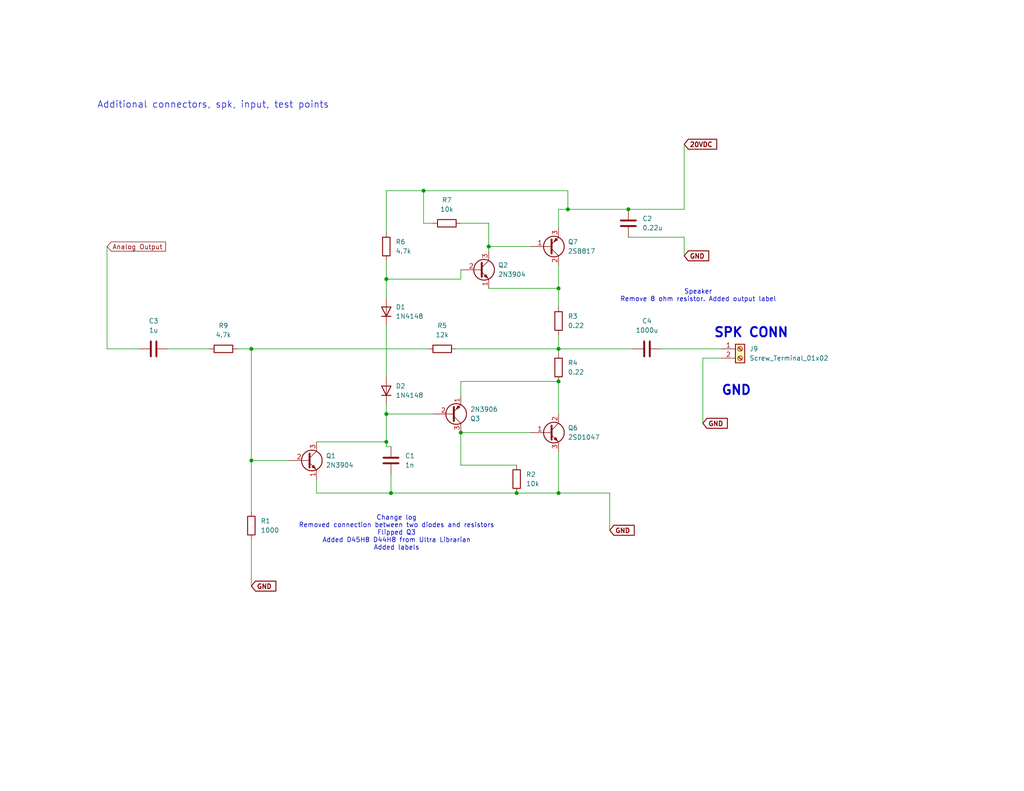
<source format=kicad_sch>
(kicad_sch
	(version 20231120)
	(generator "eeschema")
	(generator_version "8.0")
	(uuid "4bc0c9f0-80da-43d5-a6dc-1b0b641868da")
	(paper "A")
	(title_block
		(title "Main Bluetooth Speaker")
		(date "2024-09-06")
		(rev "A")
		(company "Synergy Electronics")
	)
	(lib_symbols
		(symbol "Connector:Screw_Terminal_01x02"
			(pin_names
				(offset 1.016) hide)
			(exclude_from_sim no)
			(in_bom yes)
			(on_board yes)
			(property "Reference" "J"
				(at 0 2.54 0)
				(effects
					(font
						(size 1.27 1.27)
					)
				)
			)
			(property "Value" "Screw_Terminal_01x02"
				(at 0 -5.08 0)
				(effects
					(font
						(size 1.27 1.27)
					)
				)
			)
			(property "Footprint" ""
				(at 0 0 0)
				(effects
					(font
						(size 1.27 1.27)
					)
					(hide yes)
				)
			)
			(property "Datasheet" "~"
				(at 0 0 0)
				(effects
					(font
						(size 1.27 1.27)
					)
					(hide yes)
				)
			)
			(property "Description" "Generic screw terminal, single row, 01x02, script generated (kicad-library-utils/schlib/autogen/connector/)"
				(at 0 0 0)
				(effects
					(font
						(size 1.27 1.27)
					)
					(hide yes)
				)
			)
			(property "ki_keywords" "screw terminal"
				(at 0 0 0)
				(effects
					(font
						(size 1.27 1.27)
					)
					(hide yes)
				)
			)
			(property "ki_fp_filters" "TerminalBlock*:*"
				(at 0 0 0)
				(effects
					(font
						(size 1.27 1.27)
					)
					(hide yes)
				)
			)
			(symbol "Screw_Terminal_01x02_1_1"
				(rectangle
					(start -1.27 1.27)
					(end 1.27 -3.81)
					(stroke
						(width 0.254)
						(type default)
					)
					(fill
						(type background)
					)
				)
				(circle
					(center 0 -2.54)
					(radius 0.635)
					(stroke
						(width 0.1524)
						(type default)
					)
					(fill
						(type none)
					)
				)
				(polyline
					(pts
						(xy -0.5334 -2.2098) (xy 0.3302 -3.048)
					)
					(stroke
						(width 0.1524)
						(type default)
					)
					(fill
						(type none)
					)
				)
				(polyline
					(pts
						(xy -0.5334 0.3302) (xy 0.3302 -0.508)
					)
					(stroke
						(width 0.1524)
						(type default)
					)
					(fill
						(type none)
					)
				)
				(polyline
					(pts
						(xy -0.3556 -2.032) (xy 0.508 -2.8702)
					)
					(stroke
						(width 0.1524)
						(type default)
					)
					(fill
						(type none)
					)
				)
				(polyline
					(pts
						(xy -0.3556 0.508) (xy 0.508 -0.3302)
					)
					(stroke
						(width 0.1524)
						(type default)
					)
					(fill
						(type none)
					)
				)
				(circle
					(center 0 0)
					(radius 0.635)
					(stroke
						(width 0.1524)
						(type default)
					)
					(fill
						(type none)
					)
				)
				(pin passive line
					(at -5.08 0 0)
					(length 3.81)
					(name "Pin_1"
						(effects
							(font
								(size 1.27 1.27)
							)
						)
					)
					(number "1"
						(effects
							(font
								(size 1.27 1.27)
							)
						)
					)
				)
				(pin passive line
					(at -5.08 -2.54 0)
					(length 3.81)
					(name "Pin_2"
						(effects
							(font
								(size 1.27 1.27)
							)
						)
					)
					(number "2"
						(effects
							(font
								(size 1.27 1.27)
							)
						)
					)
				)
			)
		)
		(symbol "Device:C"
			(pin_numbers hide)
			(pin_names
				(offset 0.254)
			)
			(exclude_from_sim no)
			(in_bom yes)
			(on_board yes)
			(property "Reference" "C"
				(at 0.635 2.54 0)
				(effects
					(font
						(size 1.27 1.27)
					)
					(justify left)
				)
			)
			(property "Value" "C"
				(at 0.635 -2.54 0)
				(effects
					(font
						(size 1.27 1.27)
					)
					(justify left)
				)
			)
			(property "Footprint" ""
				(at 0.9652 -3.81 0)
				(effects
					(font
						(size 1.27 1.27)
					)
					(hide yes)
				)
			)
			(property "Datasheet" "~"
				(at 0 0 0)
				(effects
					(font
						(size 1.27 1.27)
					)
					(hide yes)
				)
			)
			(property "Description" "Unpolarized capacitor"
				(at 0 0 0)
				(effects
					(font
						(size 1.27 1.27)
					)
					(hide yes)
				)
			)
			(property "ki_keywords" "cap capacitor"
				(at 0 0 0)
				(effects
					(font
						(size 1.27 1.27)
					)
					(hide yes)
				)
			)
			(property "ki_fp_filters" "C_*"
				(at 0 0 0)
				(effects
					(font
						(size 1.27 1.27)
					)
					(hide yes)
				)
			)
			(symbol "C_0_1"
				(polyline
					(pts
						(xy -2.032 -0.762) (xy 2.032 -0.762)
					)
					(stroke
						(width 0.508)
						(type default)
					)
					(fill
						(type none)
					)
				)
				(polyline
					(pts
						(xy -2.032 0.762) (xy 2.032 0.762)
					)
					(stroke
						(width 0.508)
						(type default)
					)
					(fill
						(type none)
					)
				)
			)
			(symbol "C_1_1"
				(pin passive line
					(at 0 3.81 270)
					(length 2.794)
					(name "~"
						(effects
							(font
								(size 1.27 1.27)
							)
						)
					)
					(number "1"
						(effects
							(font
								(size 1.27 1.27)
							)
						)
					)
				)
				(pin passive line
					(at 0 -3.81 90)
					(length 2.794)
					(name "~"
						(effects
							(font
								(size 1.27 1.27)
							)
						)
					)
					(number "2"
						(effects
							(font
								(size 1.27 1.27)
							)
						)
					)
				)
			)
		)
		(symbol "Device:R"
			(pin_numbers hide)
			(pin_names
				(offset 0)
			)
			(exclude_from_sim no)
			(in_bom yes)
			(on_board yes)
			(property "Reference" "R"
				(at 2.032 0 90)
				(effects
					(font
						(size 1.27 1.27)
					)
				)
			)
			(property "Value" "R"
				(at 0 0 90)
				(effects
					(font
						(size 1.27 1.27)
					)
				)
			)
			(property "Footprint" ""
				(at -1.778 0 90)
				(effects
					(font
						(size 1.27 1.27)
					)
					(hide yes)
				)
			)
			(property "Datasheet" "~"
				(at 0 0 0)
				(effects
					(font
						(size 1.27 1.27)
					)
					(hide yes)
				)
			)
			(property "Description" "Resistor"
				(at 0 0 0)
				(effects
					(font
						(size 1.27 1.27)
					)
					(hide yes)
				)
			)
			(property "ki_keywords" "R res resistor"
				(at 0 0 0)
				(effects
					(font
						(size 1.27 1.27)
					)
					(hide yes)
				)
			)
			(property "ki_fp_filters" "R_*"
				(at 0 0 0)
				(effects
					(font
						(size 1.27 1.27)
					)
					(hide yes)
				)
			)
			(symbol "R_0_1"
				(rectangle
					(start -1.016 -2.54)
					(end 1.016 2.54)
					(stroke
						(width 0.254)
						(type default)
					)
					(fill
						(type none)
					)
				)
			)
			(symbol "R_1_1"
				(pin passive line
					(at 0 3.81 270)
					(length 1.27)
					(name "~"
						(effects
							(font
								(size 1.27 1.27)
							)
						)
					)
					(number "1"
						(effects
							(font
								(size 1.27 1.27)
							)
						)
					)
				)
				(pin passive line
					(at 0 -3.81 90)
					(length 1.27)
					(name "~"
						(effects
							(font
								(size 1.27 1.27)
							)
						)
					)
					(number "2"
						(effects
							(font
								(size 1.27 1.27)
							)
						)
					)
				)
			)
		)
		(symbol "Diode:1N4148"
			(pin_numbers hide)
			(pin_names hide)
			(exclude_from_sim no)
			(in_bom yes)
			(on_board yes)
			(property "Reference" "D"
				(at 0 2.54 0)
				(effects
					(font
						(size 1.27 1.27)
					)
				)
			)
			(property "Value" "1N4148"
				(at 0 -2.54 0)
				(effects
					(font
						(size 1.27 1.27)
					)
				)
			)
			(property "Footprint" "Diode_THT:D_DO-35_SOD27_P7.62mm_Horizontal"
				(at 0 0 0)
				(effects
					(font
						(size 1.27 1.27)
					)
					(hide yes)
				)
			)
			(property "Datasheet" "https://assets.nexperia.com/documents/data-sheet/1N4148_1N4448.pdf"
				(at 0 0 0)
				(effects
					(font
						(size 1.27 1.27)
					)
					(hide yes)
				)
			)
			(property "Description" "100V 0.15A standard switching diode, DO-35"
				(at 0 0 0)
				(effects
					(font
						(size 1.27 1.27)
					)
					(hide yes)
				)
			)
			(property "Sim.Device" "D"
				(at 0 0 0)
				(effects
					(font
						(size 1.27 1.27)
					)
					(hide yes)
				)
			)
			(property "Sim.Pins" "1=K 2=A"
				(at 0 0 0)
				(effects
					(font
						(size 1.27 1.27)
					)
					(hide yes)
				)
			)
			(property "ki_keywords" "diode"
				(at 0 0 0)
				(effects
					(font
						(size 1.27 1.27)
					)
					(hide yes)
				)
			)
			(property "ki_fp_filters" "D*DO?35*"
				(at 0 0 0)
				(effects
					(font
						(size 1.27 1.27)
					)
					(hide yes)
				)
			)
			(symbol "1N4148_0_1"
				(polyline
					(pts
						(xy -1.27 1.27) (xy -1.27 -1.27)
					)
					(stroke
						(width 0.254)
						(type default)
					)
					(fill
						(type none)
					)
				)
				(polyline
					(pts
						(xy 1.27 0) (xy -1.27 0)
					)
					(stroke
						(width 0)
						(type default)
					)
					(fill
						(type none)
					)
				)
				(polyline
					(pts
						(xy 1.27 1.27) (xy 1.27 -1.27) (xy -1.27 0) (xy 1.27 1.27)
					)
					(stroke
						(width 0.254)
						(type default)
					)
					(fill
						(type none)
					)
				)
			)
			(symbol "1N4148_1_1"
				(pin passive line
					(at -3.81 0 0)
					(length 2.54)
					(name "K"
						(effects
							(font
								(size 1.27 1.27)
							)
						)
					)
					(number "1"
						(effects
							(font
								(size 1.27 1.27)
							)
						)
					)
				)
				(pin passive line
					(at 3.81 0 180)
					(length 2.54)
					(name "A"
						(effects
							(font
								(size 1.27 1.27)
							)
						)
					)
					(number "2"
						(effects
							(font
								(size 1.27 1.27)
							)
						)
					)
				)
			)
		)
		(symbol "Transistor_BJT:2N3904"
			(pin_names
				(offset 0) hide)
			(exclude_from_sim no)
			(in_bom yes)
			(on_board yes)
			(property "Reference" "Q"
				(at 5.08 1.905 0)
				(effects
					(font
						(size 1.27 1.27)
					)
					(justify left)
				)
			)
			(property "Value" "2N3904"
				(at 5.08 0 0)
				(effects
					(font
						(size 1.27 1.27)
					)
					(justify left)
				)
			)
			(property "Footprint" "Package_TO_SOT_THT:TO-92_Inline"
				(at 5.08 -1.905 0)
				(effects
					(font
						(size 1.27 1.27)
						(italic yes)
					)
					(justify left)
					(hide yes)
				)
			)
			(property "Datasheet" "https://www.onsemi.com/pub/Collateral/2N3903-D.PDF"
				(at 0 0 0)
				(effects
					(font
						(size 1.27 1.27)
					)
					(justify left)
					(hide yes)
				)
			)
			(property "Description" "0.2A Ic, 40V Vce, Small Signal NPN Transistor, TO-92"
				(at 0 0 0)
				(effects
					(font
						(size 1.27 1.27)
					)
					(hide yes)
				)
			)
			(property "ki_keywords" "NPN Transistor"
				(at 0 0 0)
				(effects
					(font
						(size 1.27 1.27)
					)
					(hide yes)
				)
			)
			(property "ki_fp_filters" "TO?92*"
				(at 0 0 0)
				(effects
					(font
						(size 1.27 1.27)
					)
					(hide yes)
				)
			)
			(symbol "2N3904_0_1"
				(polyline
					(pts
						(xy 0.635 0.635) (xy 2.54 2.54)
					)
					(stroke
						(width 0)
						(type default)
					)
					(fill
						(type none)
					)
				)
				(polyline
					(pts
						(xy 0.635 -0.635) (xy 2.54 -2.54) (xy 2.54 -2.54)
					)
					(stroke
						(width 0)
						(type default)
					)
					(fill
						(type none)
					)
				)
				(polyline
					(pts
						(xy 0.635 1.905) (xy 0.635 -1.905) (xy 0.635 -1.905)
					)
					(stroke
						(width 0.508)
						(type default)
					)
					(fill
						(type none)
					)
				)
				(polyline
					(pts
						(xy 1.27 -1.778) (xy 1.778 -1.27) (xy 2.286 -2.286) (xy 1.27 -1.778) (xy 1.27 -1.778)
					)
					(stroke
						(width 0)
						(type default)
					)
					(fill
						(type outline)
					)
				)
				(circle
					(center 1.27 0)
					(radius 2.8194)
					(stroke
						(width 0.254)
						(type default)
					)
					(fill
						(type none)
					)
				)
			)
			(symbol "2N3904_1_1"
				(pin passive line
					(at 2.54 -5.08 90)
					(length 2.54)
					(name "E"
						(effects
							(font
								(size 1.27 1.27)
							)
						)
					)
					(number "1"
						(effects
							(font
								(size 1.27 1.27)
							)
						)
					)
				)
				(pin passive line
					(at -5.08 0 0)
					(length 5.715)
					(name "B"
						(effects
							(font
								(size 1.27 1.27)
							)
						)
					)
					(number "2"
						(effects
							(font
								(size 1.27 1.27)
							)
						)
					)
				)
				(pin passive line
					(at 2.54 5.08 270)
					(length 2.54)
					(name "C"
						(effects
							(font
								(size 1.27 1.27)
							)
						)
					)
					(number "3"
						(effects
							(font
								(size 1.27 1.27)
							)
						)
					)
				)
			)
		)
		(symbol "Transistor_BJT:2N3906"
			(pin_names
				(offset 0) hide)
			(exclude_from_sim no)
			(in_bom yes)
			(on_board yes)
			(property "Reference" "Q"
				(at 5.08 1.905 0)
				(effects
					(font
						(size 1.27 1.27)
					)
					(justify left)
				)
			)
			(property "Value" "2N3906"
				(at 5.08 0 0)
				(effects
					(font
						(size 1.27 1.27)
					)
					(justify left)
				)
			)
			(property "Footprint" "Package_TO_SOT_THT:TO-92_Inline"
				(at 5.08 -1.905 0)
				(effects
					(font
						(size 1.27 1.27)
						(italic yes)
					)
					(justify left)
					(hide yes)
				)
			)
			(property "Datasheet" "https://www.onsemi.com/pub/Collateral/2N3906-D.PDF"
				(at 0 0 0)
				(effects
					(font
						(size 1.27 1.27)
					)
					(justify left)
					(hide yes)
				)
			)
			(property "Description" "-0.2A Ic, -40V Vce, Small Signal PNP Transistor, TO-92"
				(at 0 0 0)
				(effects
					(font
						(size 1.27 1.27)
					)
					(hide yes)
				)
			)
			(property "ki_keywords" "PNP Transistor"
				(at 0 0 0)
				(effects
					(font
						(size 1.27 1.27)
					)
					(hide yes)
				)
			)
			(property "ki_fp_filters" "TO?92*"
				(at 0 0 0)
				(effects
					(font
						(size 1.27 1.27)
					)
					(hide yes)
				)
			)
			(symbol "2N3906_0_1"
				(polyline
					(pts
						(xy 0.635 0.635) (xy 2.54 2.54)
					)
					(stroke
						(width 0)
						(type default)
					)
					(fill
						(type none)
					)
				)
				(polyline
					(pts
						(xy 0.635 -0.635) (xy 2.54 -2.54) (xy 2.54 -2.54)
					)
					(stroke
						(width 0)
						(type default)
					)
					(fill
						(type none)
					)
				)
				(polyline
					(pts
						(xy 0.635 1.905) (xy 0.635 -1.905) (xy 0.635 -1.905)
					)
					(stroke
						(width 0.508)
						(type default)
					)
					(fill
						(type none)
					)
				)
				(polyline
					(pts
						(xy 2.286 -1.778) (xy 1.778 -2.286) (xy 1.27 -1.27) (xy 2.286 -1.778) (xy 2.286 -1.778)
					)
					(stroke
						(width 0)
						(type default)
					)
					(fill
						(type outline)
					)
				)
				(circle
					(center 1.27 0)
					(radius 2.8194)
					(stroke
						(width 0.254)
						(type default)
					)
					(fill
						(type none)
					)
				)
			)
			(symbol "2N3906_1_1"
				(pin passive line
					(at 2.54 -5.08 90)
					(length 2.54)
					(name "E"
						(effects
							(font
								(size 1.27 1.27)
							)
						)
					)
					(number "1"
						(effects
							(font
								(size 1.27 1.27)
							)
						)
					)
				)
				(pin input line
					(at -5.08 0 0)
					(length 5.715)
					(name "B"
						(effects
							(font
								(size 1.27 1.27)
							)
						)
					)
					(number "2"
						(effects
							(font
								(size 1.27 1.27)
							)
						)
					)
				)
				(pin passive line
					(at 2.54 5.08 270)
					(length 2.54)
					(name "C"
						(effects
							(font
								(size 1.27 1.27)
							)
						)
					)
					(number "3"
						(effects
							(font
								(size 1.27 1.27)
							)
						)
					)
				)
			)
		)
		(symbol "Transistor_BJT:2SB817"
			(pin_names
				(offset 0) hide)
			(exclude_from_sim no)
			(in_bom yes)
			(on_board yes)
			(property "Reference" "Q"
				(at 5.08 1.905 0)
				(effects
					(font
						(size 1.27 1.27)
					)
					(justify left)
				)
			)
			(property "Value" "2SB817"
				(at 5.08 0 0)
				(effects
					(font
						(size 1.27 1.27)
					)
					(justify left)
				)
			)
			(property "Footprint" "Package_TO_SOT_THT:TO-3PB-3_Vertical"
				(at 5.08 -1.905 0)
				(effects
					(font
						(size 1.27 1.27)
						(italic yes)
					)
					(justify left)
					(hide yes)
				)
			)
			(property "Datasheet" "http://skory.gylcomp.hu/alkatresz/2SB817.pdf"
				(at 0 0 0)
				(effects
					(font
						(size 1.27 1.27)
					)
					(justify left)
					(hide yes)
				)
			)
			(property "Description" "-12A Ic, -140V Vce, Silicon Power PNP Transistors, TO-3PB"
				(at 0 0 0)
				(effects
					(font
						(size 1.27 1.27)
					)
					(hide yes)
				)
			)
			(property "ki_keywords" "Power PNP Transistor"
				(at 0 0 0)
				(effects
					(font
						(size 1.27 1.27)
					)
					(hide yes)
				)
			)
			(property "ki_fp_filters" "TO?3PB*"
				(at 0 0 0)
				(effects
					(font
						(size 1.27 1.27)
					)
					(hide yes)
				)
			)
			(symbol "2SB817_0_1"
				(polyline
					(pts
						(xy 0 0) (xy 0.635 0)
					)
					(stroke
						(width 0)
						(type default)
					)
					(fill
						(type none)
					)
				)
				(polyline
					(pts
						(xy 2.54 2.54) (xy 0.635 0.635)
					)
					(stroke
						(width 0)
						(type default)
					)
					(fill
						(type none)
					)
				)
				(polyline
					(pts
						(xy 0.635 -0.635) (xy 2.54 -2.54) (xy 2.54 -2.54)
					)
					(stroke
						(width 0)
						(type default)
					)
					(fill
						(type none)
					)
				)
				(polyline
					(pts
						(xy 0.635 1.905) (xy 0.635 -1.905) (xy 0.635 -1.905)
					)
					(stroke
						(width 0.508)
						(type default)
					)
					(fill
						(type none)
					)
				)
				(polyline
					(pts
						(xy 1.778 -2.286) (xy 2.286 -1.778) (xy 1.27 -1.27) (xy 1.778 -2.286) (xy 1.778 -2.286)
					)
					(stroke
						(width 0)
						(type default)
					)
					(fill
						(type outline)
					)
				)
				(circle
					(center 1.27 0)
					(radius 2.8194)
					(stroke
						(width 0.254)
						(type default)
					)
					(fill
						(type none)
					)
				)
			)
			(symbol "2SB817_1_1"
				(pin input line
					(at -5.08 0 0)
					(length 5.08)
					(name "B"
						(effects
							(font
								(size 1.27 1.27)
							)
						)
					)
					(number "1"
						(effects
							(font
								(size 1.27 1.27)
							)
						)
					)
				)
				(pin passive line
					(at 2.54 5.08 270)
					(length 2.54)
					(name "C"
						(effects
							(font
								(size 1.27 1.27)
							)
						)
					)
					(number "2"
						(effects
							(font
								(size 1.27 1.27)
							)
						)
					)
				)
				(pin passive line
					(at 2.54 -5.08 90)
					(length 2.54)
					(name "E"
						(effects
							(font
								(size 1.27 1.27)
							)
						)
					)
					(number "3"
						(effects
							(font
								(size 1.27 1.27)
							)
						)
					)
				)
			)
		)
		(symbol "Transistor_BJT:2SD1047"
			(pin_names
				(offset 0) hide)
			(exclude_from_sim no)
			(in_bom yes)
			(on_board yes)
			(property "Reference" "Q"
				(at 6.35 1.905 0)
				(effects
					(font
						(size 1.27 1.27)
					)
					(justify left)
				)
			)
			(property "Value" "2SD1047"
				(at 6.35 0 0)
				(effects
					(font
						(size 1.27 1.27)
					)
					(justify left)
				)
			)
			(property "Footprint" "Package_TO_SOT_THT:TO-3PB-3_Vertical"
				(at 6.35 -1.905 0)
				(effects
					(font
						(size 1.27 1.27)
						(italic yes)
					)
					(justify left)
					(hide yes)
				)
			)
			(property "Datasheet" "http://www.st.com/resource/en/datasheet/2sd1047.pdf"
				(at 0 0 0)
				(effects
					(font
						(size 1.27 1.27)
					)
					(justify left)
					(hide yes)
				)
			)
			(property "Description" "12A Ic, 140V Vce, Silicon Power NPN Transistors, TO-3PB"
				(at 0 0 0)
				(effects
					(font
						(size 1.27 1.27)
					)
					(hide yes)
				)
			)
			(property "ki_keywords" "Power NPN Transistor"
				(at 0 0 0)
				(effects
					(font
						(size 1.27 1.27)
					)
					(hide yes)
				)
			)
			(property "ki_fp_filters" "TO?3PB*"
				(at 0 0 0)
				(effects
					(font
						(size 1.27 1.27)
					)
					(hide yes)
				)
			)
			(symbol "2SD1047_0_1"
				(polyline
					(pts
						(xy 0 0) (xy 0.762 0)
					)
					(stroke
						(width 0)
						(type default)
					)
					(fill
						(type none)
					)
				)
				(polyline
					(pts
						(xy 0.635 0.635) (xy 2.54 2.54)
					)
					(stroke
						(width 0)
						(type default)
					)
					(fill
						(type none)
					)
				)
				(polyline
					(pts
						(xy 0.635 -0.635) (xy 2.54 -2.54) (xy 2.54 -2.54)
					)
					(stroke
						(width 0)
						(type default)
					)
					(fill
						(type none)
					)
				)
				(polyline
					(pts
						(xy 0.635 1.905) (xy 0.635 -1.905) (xy 0.635 -1.905)
					)
					(stroke
						(width 0.508)
						(type default)
					)
					(fill
						(type none)
					)
				)
				(polyline
					(pts
						(xy 1.27 -1.778) (xy 1.778 -1.27) (xy 2.286 -2.286) (xy 1.27 -1.778) (xy 1.27 -1.778)
					)
					(stroke
						(width 0)
						(type default)
					)
					(fill
						(type outline)
					)
				)
				(circle
					(center 1.27 0)
					(radius 2.8194)
					(stroke
						(width 0.254)
						(type default)
					)
					(fill
						(type none)
					)
				)
			)
			(symbol "2SD1047_1_1"
				(pin input line
					(at -5.08 0 0)
					(length 5.08)
					(name "B"
						(effects
							(font
								(size 1.27 1.27)
							)
						)
					)
					(number "1"
						(effects
							(font
								(size 1.27 1.27)
							)
						)
					)
				)
				(pin passive line
					(at 2.54 5.08 270)
					(length 2.54)
					(name "C"
						(effects
							(font
								(size 1.27 1.27)
							)
						)
					)
					(number "2"
						(effects
							(font
								(size 1.27 1.27)
							)
						)
					)
				)
				(pin passive line
					(at 2.54 -5.08 90)
					(length 2.54)
					(name "E"
						(effects
							(font
								(size 1.27 1.27)
							)
						)
					)
					(number "3"
						(effects
							(font
								(size 1.27 1.27)
							)
						)
					)
				)
			)
		)
	)
	(junction
		(at 105.41 113.03)
		(diameter 0)
		(color 0 0 0 0)
		(uuid "242eef01-88fa-43ea-93a3-210505df17c9")
	)
	(junction
		(at 115.57 52.07)
		(diameter 0)
		(color 0 0 0 0)
		(uuid "2e8f2f61-76cb-4411-8a22-1dc99ffbb58e")
	)
	(junction
		(at 152.4 95.25)
		(diameter 0)
		(color 0 0 0 0)
		(uuid "38d93d4c-6dfa-4b66-a3f1-6cc14727a041")
	)
	(junction
		(at 105.41 76.2)
		(diameter 0)
		(color 0 0 0 0)
		(uuid "3c9333f4-a86d-49f9-b2ee-55e60debd57d")
	)
	(junction
		(at 68.58 125.73)
		(diameter 0)
		(color 0 0 0 0)
		(uuid "4e338d9c-27b4-4ade-848f-ca41371976e0")
	)
	(junction
		(at 140.97 134.62)
		(diameter 0)
		(color 0 0 0 0)
		(uuid "4ff74ca6-d5a7-4dfc-9277-c1d77065e49c")
	)
	(junction
		(at 152.4 104.14)
		(diameter 0)
		(color 0 0 0 0)
		(uuid "6dc8ebe0-6af1-43c6-b61b-01419f41e736")
	)
	(junction
		(at 133.35 67.31)
		(diameter 0)
		(color 0 0 0 0)
		(uuid "718b4c1a-4b71-4f3f-a314-85abb21e980e")
	)
	(junction
		(at 152.4 134.62)
		(diameter 0)
		(color 0 0 0 0)
		(uuid "7607116d-faed-4286-a0c0-2985ba5c56f2")
	)
	(junction
		(at 125.73 118.11)
		(diameter 0)
		(color 0 0 0 0)
		(uuid "84281015-7bb7-4dbd-ae4a-942dc3ac4221")
	)
	(junction
		(at 105.41 120.65)
		(diameter 0)
		(color 0 0 0 0)
		(uuid "9215777f-a247-4432-a23b-939b9cb7c9c5")
	)
	(junction
		(at 68.58 95.25)
		(diameter 0)
		(color 0 0 0 0)
		(uuid "c68079a3-7eeb-45c6-ae50-7eb4b8d64a5e")
	)
	(junction
		(at 171.45 57.15)
		(diameter 0)
		(color 0 0 0 0)
		(uuid "dbe53469-45f7-4c93-8933-bb059a50d7f8")
	)
	(junction
		(at 152.4 78.74)
		(diameter 0)
		(color 0 0 0 0)
		(uuid "dfd02b8c-a5ad-4388-88dd-b0031e9935d0")
	)
	(junction
		(at 106.68 134.62)
		(diameter 0)
		(color 0 0 0 0)
		(uuid "e8c1f188-4c50-4c01-ab59-e4660349bd40")
	)
	(junction
		(at 154.94 57.15)
		(diameter 0)
		(color 0 0 0 0)
		(uuid "f04943f9-fba6-4e05-8c09-392dada07d72")
	)
	(wire
		(pts
			(xy 68.58 95.25) (xy 68.58 125.73)
		)
		(stroke
			(width 0)
			(type default)
		)
		(uuid "0413cb4c-4eda-490a-9c22-bcd5c70bcef2")
	)
	(wire
		(pts
			(xy 106.68 134.62) (xy 140.97 134.62)
		)
		(stroke
			(width 0)
			(type default)
		)
		(uuid "06e031c3-05e7-48b6-98b1-c6d94ba3c0a4")
	)
	(wire
		(pts
			(xy 152.4 104.14) (xy 152.4 113.03)
		)
		(stroke
			(width 0)
			(type default)
		)
		(uuid "077a7d44-f739-4a62-bad7-1f45f0fa290c")
	)
	(wire
		(pts
			(xy 45.72 95.25) (xy 57.15 95.25)
		)
		(stroke
			(width 0)
			(type default)
		)
		(uuid "08a53ddf-9caa-4510-b2aa-e947227c5e7a")
	)
	(wire
		(pts
			(xy 152.4 72.39) (xy 152.4 78.74)
		)
		(stroke
			(width 0)
			(type default)
		)
		(uuid "0935bacd-36f6-4edc-8525-45797b7e540b")
	)
	(wire
		(pts
			(xy 105.41 52.07) (xy 115.57 52.07)
		)
		(stroke
			(width 0)
			(type default)
		)
		(uuid "0ddf4667-9e9f-454e-b307-4d217c938101")
	)
	(wire
		(pts
			(xy 125.73 76.2) (xy 125.73 73.66)
		)
		(stroke
			(width 0)
			(type default)
		)
		(uuid "114d2725-2021-4fac-ba6a-f8d9a77a0115")
	)
	(wire
		(pts
			(xy 118.11 60.96) (xy 115.57 60.96)
		)
		(stroke
			(width 0)
			(type default)
		)
		(uuid "175f46df-3bd6-43ef-ae4b-63a94722dcce")
	)
	(wire
		(pts
			(xy 124.46 95.25) (xy 152.4 95.25)
		)
		(stroke
			(width 0)
			(type default)
		)
		(uuid "23fcb276-ac81-48d0-963c-d4f193a9821d")
	)
	(wire
		(pts
			(xy 171.45 64.77) (xy 186.69 64.77)
		)
		(stroke
			(width 0)
			(type default)
		)
		(uuid "2a61a836-4091-4b6f-bdc7-34347a26a912")
	)
	(wire
		(pts
			(xy 105.41 88.9) (xy 105.41 102.87)
		)
		(stroke
			(width 0)
			(type default)
		)
		(uuid "2b372355-bd95-4c3d-88fd-1e90a5db7310")
	)
	(wire
		(pts
			(xy 133.35 67.31) (xy 144.78 67.31)
		)
		(stroke
			(width 0)
			(type default)
		)
		(uuid "2d7958e5-0099-4e32-afbf-ef36242da825")
	)
	(wire
		(pts
			(xy 68.58 125.73) (xy 68.58 139.7)
		)
		(stroke
			(width 0)
			(type default)
		)
		(uuid "2e4607da-3af2-47d7-ac03-f3ecfc27406a")
	)
	(wire
		(pts
			(xy 125.73 118.11) (xy 125.73 127)
		)
		(stroke
			(width 0)
			(type default)
		)
		(uuid "303720df-c62f-456e-9979-69bf3645d6c7")
	)
	(wire
		(pts
			(xy 68.58 125.73) (xy 78.74 125.73)
		)
		(stroke
			(width 0)
			(type default)
		)
		(uuid "38a1d0d4-17ca-46b4-ba33-34d109d00f43")
	)
	(wire
		(pts
			(xy 152.4 95.25) (xy 152.4 96.52)
		)
		(stroke
			(width 0)
			(type default)
		)
		(uuid "3e68b007-0c26-456b-8d4d-3f70c6641928")
	)
	(wire
		(pts
			(xy 186.69 39.37) (xy 186.69 57.15)
		)
		(stroke
			(width 0)
			(type default)
		)
		(uuid "498aa484-cb14-4810-841e-a00a71f6f001")
	)
	(wire
		(pts
			(xy 140.97 134.62) (xy 152.4 134.62)
		)
		(stroke
			(width 0)
			(type default)
		)
		(uuid "55b66666-6a29-4ac5-b022-71a0132e9f7c")
	)
	(wire
		(pts
			(xy 105.41 76.2) (xy 105.41 81.28)
		)
		(stroke
			(width 0)
			(type default)
		)
		(uuid "590215c8-9a26-434b-80a3-7592045b7330")
	)
	(wire
		(pts
			(xy 68.58 147.32) (xy 68.58 160.02)
		)
		(stroke
			(width 0)
			(type default)
		)
		(uuid "5cb8822b-6e5b-4f17-b445-2b977864261e")
	)
	(wire
		(pts
			(xy 166.37 134.62) (xy 166.37 144.78)
		)
		(stroke
			(width 0)
			(type default)
		)
		(uuid "5f51f055-4deb-41eb-9310-8b956c31a8ae")
	)
	(wire
		(pts
			(xy 125.73 104.14) (xy 152.4 104.14)
		)
		(stroke
			(width 0)
			(type default)
		)
		(uuid "64f64951-d36e-46a8-b3d7-ad1db635597b")
	)
	(wire
		(pts
			(xy 152.4 95.25) (xy 172.72 95.25)
		)
		(stroke
			(width 0)
			(type default)
		)
		(uuid "66955071-39ae-4660-87c3-c411aa4bdea8")
	)
	(wire
		(pts
			(xy 133.35 67.31) (xy 133.35 68.58)
		)
		(stroke
			(width 0)
			(type default)
		)
		(uuid "69eca033-6a21-44c5-b36d-d6b4a43ecbf6")
	)
	(wire
		(pts
			(xy 154.94 52.07) (xy 154.94 57.15)
		)
		(stroke
			(width 0)
			(type default)
		)
		(uuid "6feb44c2-e751-49b8-93e4-bf08218229ea")
	)
	(wire
		(pts
			(xy 105.41 121.92) (xy 106.68 121.92)
		)
		(stroke
			(width 0)
			(type default)
		)
		(uuid "7077a4fb-e7a2-4196-89d9-359b7d3b7a92")
	)
	(wire
		(pts
			(xy 106.68 129.54) (xy 106.68 134.62)
		)
		(stroke
			(width 0)
			(type default)
		)
		(uuid "708d2f84-61c5-460f-b942-d3a24eb2abe6")
	)
	(wire
		(pts
			(xy 105.41 113.03) (xy 105.41 120.65)
		)
		(stroke
			(width 0)
			(type default)
		)
		(uuid "70b8bfe6-cbba-40eb-88a7-7c71f4ca4f4e")
	)
	(wire
		(pts
			(xy 133.35 78.74) (xy 152.4 78.74)
		)
		(stroke
			(width 0)
			(type default)
		)
		(uuid "733d06c5-ffc4-4279-9410-1a8080c74bf6")
	)
	(wire
		(pts
			(xy 86.36 120.65) (xy 105.41 120.65)
		)
		(stroke
			(width 0)
			(type default)
		)
		(uuid "73a455ac-7aa2-482c-bb9b-bb50f27569b8")
	)
	(wire
		(pts
			(xy 64.77 95.25) (xy 68.58 95.25)
		)
		(stroke
			(width 0)
			(type default)
		)
		(uuid "742d23e4-d547-40a9-b341-413a0430356f")
	)
	(wire
		(pts
			(xy 86.36 130.81) (xy 86.36 134.62)
		)
		(stroke
			(width 0)
			(type default)
		)
		(uuid "7641cb7f-5879-4335-8288-ee6363590c9a")
	)
	(wire
		(pts
			(xy 180.34 95.25) (xy 196.85 95.25)
		)
		(stroke
			(width 0)
			(type default)
		)
		(uuid "7ca51d01-293b-4510-81b8-4cf4deff0a45")
	)
	(wire
		(pts
			(xy 191.77 97.79) (xy 191.77 115.57)
		)
		(stroke
			(width 0)
			(type default)
		)
		(uuid "7e4bc92f-f719-46aa-92ba-676b2e3bfd28")
	)
	(wire
		(pts
			(xy 152.4 57.15) (xy 154.94 57.15)
		)
		(stroke
			(width 0)
			(type default)
		)
		(uuid "827d241e-b120-4069-898a-33a6877c6b7c")
	)
	(wire
		(pts
			(xy 152.4 78.74) (xy 152.4 83.82)
		)
		(stroke
			(width 0)
			(type default)
		)
		(uuid "82f64589-50cd-4260-891c-990ea9a899f4")
	)
	(wire
		(pts
			(xy 29.21 95.25) (xy 38.1 95.25)
		)
		(stroke
			(width 0)
			(type default)
		)
		(uuid "84963502-ca74-4db8-a88c-29a6e0e5c34d")
	)
	(wire
		(pts
			(xy 125.73 60.96) (xy 133.35 60.96)
		)
		(stroke
			(width 0)
			(type default)
		)
		(uuid "88364474-aaf4-4056-bd1a-1feeec99d166")
	)
	(wire
		(pts
			(xy 152.4 62.23) (xy 152.4 57.15)
		)
		(stroke
			(width 0)
			(type default)
		)
		(uuid "9185802c-9671-49af-9e1f-71e4a9ac28fb")
	)
	(wire
		(pts
			(xy 133.35 60.96) (xy 133.35 67.31)
		)
		(stroke
			(width 0)
			(type default)
		)
		(uuid "92b426d3-344f-4784-aea6-d83aac6b5fac")
	)
	(wire
		(pts
			(xy 125.73 127) (xy 140.97 127)
		)
		(stroke
			(width 0)
			(type default)
		)
		(uuid "9b2bc7c6-3855-4efb-a3b1-ad87389ebbdf")
	)
	(wire
		(pts
			(xy 105.41 120.65) (xy 105.41 121.92)
		)
		(stroke
			(width 0)
			(type default)
		)
		(uuid "a56be24b-1472-48cc-b13d-7483b907d796")
	)
	(wire
		(pts
			(xy 68.58 95.25) (xy 116.84 95.25)
		)
		(stroke
			(width 0)
			(type default)
		)
		(uuid "a65c095f-0a6d-4e1d-b485-1e108f5a8b3e")
	)
	(wire
		(pts
			(xy 154.94 57.15) (xy 171.45 57.15)
		)
		(stroke
			(width 0)
			(type default)
		)
		(uuid "aa3768bf-bb58-41a4-913a-559e5adf6fec")
	)
	(wire
		(pts
			(xy 105.41 63.5) (xy 105.41 52.07)
		)
		(stroke
			(width 0)
			(type default)
		)
		(uuid "aa72c909-4459-4589-92b9-d4b053cae2e3")
	)
	(wire
		(pts
			(xy 125.73 118.11) (xy 144.78 118.11)
		)
		(stroke
			(width 0)
			(type default)
		)
		(uuid "ad9f35a0-9379-428d-852c-b3da3c8af392")
	)
	(wire
		(pts
			(xy 171.45 57.15) (xy 186.69 57.15)
		)
		(stroke
			(width 0)
			(type default)
		)
		(uuid "ade72f3e-cf5f-4c07-9056-613371f7a6f4")
	)
	(wire
		(pts
			(xy 152.4 91.44) (xy 152.4 95.25)
		)
		(stroke
			(width 0)
			(type default)
		)
		(uuid "b1f523b5-38c5-4dc5-8b02-21b6e06bbfc0")
	)
	(wire
		(pts
			(xy 152.4 123.19) (xy 152.4 134.62)
		)
		(stroke
			(width 0)
			(type default)
		)
		(uuid "b441506b-90e8-42c3-a6d9-e515eafa402e")
	)
	(wire
		(pts
			(xy 105.41 110.49) (xy 105.41 113.03)
		)
		(stroke
			(width 0)
			(type default)
		)
		(uuid "b77d0a97-16ce-4327-ace6-a97a491a3335")
	)
	(wire
		(pts
			(xy 29.21 67.31) (xy 29.21 95.25)
		)
		(stroke
			(width 0)
			(type default)
		)
		(uuid "c72b8460-bd18-46f7-b85b-0209a3859f42")
	)
	(wire
		(pts
			(xy 152.4 134.62) (xy 166.37 134.62)
		)
		(stroke
			(width 0)
			(type default)
		)
		(uuid "c845249d-e553-47bd-8f78-c7b81b07df08")
	)
	(wire
		(pts
			(xy 86.36 134.62) (xy 106.68 134.62)
		)
		(stroke
			(width 0)
			(type default)
		)
		(uuid "c9321b92-d6f9-44a2-8dd0-7b511ce5af80")
	)
	(wire
		(pts
			(xy 186.69 64.77) (xy 186.69 69.85)
		)
		(stroke
			(width 0)
			(type default)
		)
		(uuid "cbe9626f-9aa6-4615-9585-31a2472b610d")
	)
	(wire
		(pts
			(xy 196.85 97.79) (xy 191.77 97.79)
		)
		(stroke
			(width 0)
			(type default)
		)
		(uuid "d098b645-5ecf-498b-b1fb-f87e7954a7fb")
	)
	(wire
		(pts
			(xy 105.41 71.12) (xy 105.41 76.2)
		)
		(stroke
			(width 0)
			(type default)
		)
		(uuid "d9428d55-52b9-4208-b790-9101ef7b71be")
	)
	(wire
		(pts
			(xy 125.73 107.95) (xy 125.73 104.14)
		)
		(stroke
			(width 0)
			(type default)
		)
		(uuid "e08592c6-5849-40a1-9427-d8f10bbc827d")
	)
	(wire
		(pts
			(xy 115.57 60.96) (xy 115.57 52.07)
		)
		(stroke
			(width 0)
			(type default)
		)
		(uuid "fb05e955-c5bc-455b-8874-4b4be896ab5f")
	)
	(wire
		(pts
			(xy 115.57 52.07) (xy 154.94 52.07)
		)
		(stroke
			(width 0)
			(type default)
		)
		(uuid "fcd83315-dfb1-4b96-9b3c-398807706de9")
	)
	(wire
		(pts
			(xy 105.41 76.2) (xy 125.73 76.2)
		)
		(stroke
			(width 0)
			(type default)
		)
		(uuid "fd1008fb-4a05-4012-b91b-a3da4760b399")
	)
	(wire
		(pts
			(xy 105.41 113.03) (xy 118.11 113.03)
		)
		(stroke
			(width 0)
			(type default)
		)
		(uuid "fea2fc61-1f17-4e5d-a49b-5acefb59b63c")
	)
	(text "Speaker\nRemove 8 ohm resistor. Added output label\n"
		(exclude_from_sim no)
		(at 190.5 80.772 0)
		(effects
			(font
				(size 1.27 1.27)
			)
		)
		(uuid "19636a5b-5e98-4840-8a8c-f3da9d2cb9ce")
	)
	(text "Change log\nRemoved connection between two diodes and resistors\nFlipped Q3\nAdded D45H8 D44H8 from Ultra Librarian\nAdded labels\n"
		(exclude_from_sim no)
		(at 108.204 145.542 0)
		(effects
			(font
				(size 1.27 1.27)
			)
		)
		(uuid "4d22f26a-fe4b-480d-b6ca-1026383b4974")
	)
	(text "GND"
		(exclude_from_sim no)
		(at 200.914 106.68 0)
		(effects
			(font
				(size 2.54 2.54)
				(thickness 0.508)
				(bold yes)
			)
		)
		(uuid "52434aa2-7845-4a7b-8567-581412d9a0e4")
	)
	(text "SPK CONN"
		(exclude_from_sim no)
		(at 204.978 90.932 0)
		(effects
			(font
				(size 2.54 2.54)
				(thickness 0.508)
				(bold yes)
			)
		)
		(uuid "fd404aa8-7714-409f-ba22-25fe83ff9aeb")
	)
	(text "Additional connectors, spk, input, test points"
		(exclude_from_sim no)
		(at 58.166 28.702 0)
		(effects
			(font
				(size 1.8288 1.8288)
			)
		)
		(uuid "ffc80557-5140-4f05-9c3c-8b33c4a6709f")
	)
	(global_label "GND"
		(shape input)
		(at 191.77 115.57 0)
		(fields_autoplaced yes)
		(effects
			(font
				(size 1.27 1.27)
				(thickness 0.254)
				(bold yes)
			)
			(justify left)
		)
		(uuid "ad363b45-897b-4083-a824-725a376088c5")
		(property "Intersheetrefs" "${INTERSHEET_REFS}"
			(at 199.1017 115.57 0)
			(effects
				(font
					(size 1.27 1.27)
				)
				(justify left)
				(hide yes)
			)
		)
	)
	(global_label "GND"
		(shape input)
		(at 68.58 160.02 0)
		(fields_autoplaced yes)
		(effects
			(font
				(size 1.27 1.27)
				(thickness 0.254)
				(bold yes)
			)
			(justify left)
		)
		(uuid "b9b15b60-459f-4883-af09-47d186880d17")
		(property "Intersheetrefs" "${INTERSHEET_REFS}"
			(at 75.9117 160.02 0)
			(effects
				(font
					(size 1.27 1.27)
				)
				(justify left)
				(hide yes)
			)
		)
	)
	(global_label "GND"
		(shape input)
		(at 186.69 69.85 0)
		(fields_autoplaced yes)
		(effects
			(font
				(size 1.27 1.27)
				(thickness 0.254)
				(bold yes)
			)
			(justify left)
		)
		(uuid "be8bce02-fd59-4e6d-ba9e-35ceea8bc14e")
		(property "Intersheetrefs" "${INTERSHEET_REFS}"
			(at 194.0217 69.85 0)
			(effects
				(font
					(size 1.27 1.27)
				)
				(justify left)
				(hide yes)
			)
		)
	)
	(global_label "20VDC"
		(shape input)
		(at 186.69 39.37 0)
		(fields_autoplaced yes)
		(effects
			(font
				(size 1.27 1.27)
				(thickness 0.254)
				(bold yes)
			)
			(justify left)
		)
		(uuid "ca9b825e-f9b3-4483-9b34-073c1805d5d0")
		(property "Intersheetrefs" "${INTERSHEET_REFS}"
			(at 196.1988 39.37 0)
			(effects
				(font
					(size 1.27 1.27)
				)
				(justify left)
				(hide yes)
			)
		)
	)
	(global_label "Analog Output"
		(shape input)
		(at 29.21 67.31 0)
		(fields_autoplaced yes)
		(effects
			(font
				(size 1.27 1.27)
			)
			(justify left)
		)
		(uuid "e209f797-3cf0-4d54-9083-947bc5dc46f6")
		(property "Intersheetrefs" "${INTERSHEET_REFS}"
			(at 45.7415 67.31 0)
			(effects
				(font
					(size 1.27 1.27)
				)
				(justify left)
				(hide yes)
			)
		)
	)
	(global_label "GND"
		(shape input)
		(at 166.37 144.78 0)
		(fields_autoplaced yes)
		(effects
			(font
				(size 1.27 1.27)
				(thickness 0.254)
				(bold yes)
			)
			(justify left)
		)
		(uuid "e3f80f54-f473-4bea-bacf-4c8875ddf95e")
		(property "Intersheetrefs" "${INTERSHEET_REFS}"
			(at 173.7017 144.78 0)
			(effects
				(font
					(size 1.27 1.27)
				)
				(justify left)
				(hide yes)
			)
		)
	)
	(symbol
		(lib_id "Diode:1N4148")
		(at 105.41 85.09 90)
		(unit 1)
		(exclude_from_sim no)
		(in_bom yes)
		(on_board yes)
		(dnp no)
		(fields_autoplaced yes)
		(uuid "0b1ac0a4-d013-4cdd-a275-5f3531f834e4")
		(property "Reference" "D1"
			(at 107.95 83.8199 90)
			(effects
				(font
					(size 1.27 1.27)
				)
				(justify right)
			)
		)
		(property "Value" "1N4148"
			(at 107.95 86.3599 90)
			(effects
				(font
					(size 1.27 1.27)
				)
				(justify right)
			)
		)
		(property "Footprint" "Resistor_THT:R_Axial_DIN0309_L9.0mm_D3.2mm_P12.70mm_Horizontal"
			(at 105.41 85.09 0)
			(effects
				(font
					(size 1.27 1.27)
				)
				(hide yes)
			)
		)
		(property "Datasheet" "https://assets.nexperia.com/documents/data-sheet/1N4148_1N4448.pdf"
			(at 105.41 85.09 0)
			(effects
				(font
					(size 1.27 1.27)
				)
				(hide yes)
			)
		)
		(property "Description" "100V 0.15A standard switching diode, DO-35"
			(at 105.41 85.09 0)
			(effects
				(font
					(size 1.27 1.27)
				)
				(hide yes)
			)
		)
		(property "Sim.Device" "D"
			(at 105.41 85.09 0)
			(effects
				(font
					(size 1.27 1.27)
				)
				(hide yes)
			)
		)
		(property "Sim.Pins" "1=K 2=A"
			(at 105.41 85.09 0)
			(effects
				(font
					(size 1.27 1.27)
				)
				(hide yes)
			)
		)
		(pin "1"
			(uuid "f46e8ad4-5204-418a-9b62-4f6d639f77b7")
		)
		(pin "2"
			(uuid "5046f5c5-293c-40f9-b0e3-87d2a4790e3a")
		)
		(instances
			(project "Senior Design"
				(path "/6d945755-609b-486d-b2f3-c6d7455285fb/e3409df0-4279-4ee0-985d-212cbab341d9"
					(reference "D1")
					(unit 1)
				)
			)
		)
	)
	(symbol
		(lib_id "Connector:Screw_Terminal_01x02")
		(at 201.93 95.25 0)
		(unit 1)
		(exclude_from_sim no)
		(in_bom yes)
		(on_board yes)
		(dnp no)
		(fields_autoplaced yes)
		(uuid "0b60a5ca-9939-4ed0-97d3-110287fe2e5f")
		(property "Reference" "J9"
			(at 204.47 95.2499 0)
			(effects
				(font
					(size 1.27 1.27)
				)
				(justify left)
			)
		)
		(property "Value" "Screw_Terminal_01x02"
			(at 204.47 97.7899 0)
			(effects
				(font
					(size 1.27 1.27)
				)
				(justify left)
			)
		)
		(property "Footprint" "TerminalBlock_Phoenix:TerminalBlock_Phoenix_MKDS-1,5-2-5.08_1x02_P5.08mm_Horizontal"
			(at 201.93 95.25 0)
			(effects
				(font
					(size 1.27 1.27)
				)
				(hide yes)
			)
		)
		(property "Datasheet" "~"
			(at 201.93 95.25 0)
			(effects
				(font
					(size 1.27 1.27)
				)
				(hide yes)
			)
		)
		(property "Description" "Generic screw terminal, single row, 01x02, script generated (kicad-library-utils/schlib/autogen/connector/)"
			(at 201.93 95.25 0)
			(effects
				(font
					(size 1.27 1.27)
				)
				(hide yes)
			)
		)
		(pin "2"
			(uuid "9bb8cfc7-0c89-47e6-a202-c76bac97909d")
		)
		(pin "1"
			(uuid "31fc2f01-9dad-46a6-8d5f-8bb79145529e")
		)
		(instances
			(project ""
				(path "/6d945755-609b-486d-b2f3-c6d7455285fb/e3409df0-4279-4ee0-985d-212cbab341d9"
					(reference "J9")
					(unit 1)
				)
			)
		)
	)
	(symbol
		(lib_id "Diode:1N4148")
		(at 105.41 106.68 90)
		(unit 1)
		(exclude_from_sim no)
		(in_bom yes)
		(on_board yes)
		(dnp no)
		(fields_autoplaced yes)
		(uuid "11bbe315-58c5-409e-9820-4be76c7c43a7")
		(property "Reference" "D2"
			(at 107.95 105.4099 90)
			(effects
				(font
					(size 1.27 1.27)
				)
				(justify right)
			)
		)
		(property "Value" "1N4148"
			(at 107.95 107.9499 90)
			(effects
				(font
					(size 1.27 1.27)
				)
				(justify right)
			)
		)
		(property "Footprint" "Resistor_THT:R_Axial_DIN0309_L9.0mm_D3.2mm_P12.70mm_Horizontal"
			(at 105.41 106.68 0)
			(effects
				(font
					(size 1.27 1.27)
				)
				(hide yes)
			)
		)
		(property "Datasheet" "https://assets.nexperia.com/documents/data-sheet/1N4148_1N4448.pdf"
			(at 105.41 106.68 0)
			(effects
				(font
					(size 1.27 1.27)
				)
				(hide yes)
			)
		)
		(property "Description" "100V 0.15A standard switching diode, DO-35"
			(at 105.41 106.68 0)
			(effects
				(font
					(size 1.27 1.27)
				)
				(hide yes)
			)
		)
		(property "Sim.Device" "D"
			(at 105.41 106.68 0)
			(effects
				(font
					(size 1.27 1.27)
				)
				(hide yes)
			)
		)
		(property "Sim.Pins" "1=K 2=A"
			(at 105.41 106.68 0)
			(effects
				(font
					(size 1.27 1.27)
				)
				(hide yes)
			)
		)
		(pin "1"
			(uuid "eeebb7eb-e188-483c-bb8f-3a5888d72ac8")
		)
		(pin "2"
			(uuid "f7c8bab1-26d4-4cbb-b7e8-af28f438b06c")
		)
		(instances
			(project "Senior Design"
				(path "/6d945755-609b-486d-b2f3-c6d7455285fb/e3409df0-4279-4ee0-985d-212cbab341d9"
					(reference "D2")
					(unit 1)
				)
			)
		)
	)
	(symbol
		(lib_id "Device:C")
		(at 106.68 125.73 0)
		(unit 1)
		(exclude_from_sim no)
		(in_bom yes)
		(on_board yes)
		(dnp no)
		(fields_autoplaced yes)
		(uuid "11fbfa7c-341f-406c-acc2-491c47a33ccf")
		(property "Reference" "C1"
			(at 110.49 124.4599 0)
			(effects
				(font
					(size 1.27 1.27)
				)
				(justify left)
			)
		)
		(property "Value" "1n"
			(at 110.49 126.9999 0)
			(effects
				(font
					(size 1.27 1.27)
				)
				(justify left)
			)
		)
		(property "Footprint" "Capacitor_THT:C_Disc_D4.7mm_W2.5mm_P5.00mm"
			(at 107.6452 129.54 0)
			(effects
				(font
					(size 1.27 1.27)
				)
				(hide yes)
			)
		)
		(property "Datasheet" "~"
			(at 106.68 125.73 0)
			(effects
				(font
					(size 1.27 1.27)
				)
				(hide yes)
			)
		)
		(property "Description" "Unpolarized capacitor"
			(at 106.68 125.73 0)
			(effects
				(font
					(size 1.27 1.27)
				)
				(hide yes)
			)
		)
		(pin "1"
			(uuid "bce7a290-de97-4df5-8c2c-1c51759e4bc4")
		)
		(pin "2"
			(uuid "ef69360f-412d-45b5-931d-c1beeadc37da")
		)
		(instances
			(project "Senior Design"
				(path "/6d945755-609b-486d-b2f3-c6d7455285fb/e3409df0-4279-4ee0-985d-212cbab341d9"
					(reference "C1")
					(unit 1)
				)
			)
		)
	)
	(symbol
		(lib_id "Device:C")
		(at 176.53 95.25 90)
		(unit 1)
		(exclude_from_sim no)
		(in_bom yes)
		(on_board yes)
		(dnp no)
		(fields_autoplaced yes)
		(uuid "17da7d5b-3165-47f9-b1ab-873cfc3ab0fb")
		(property "Reference" "C4"
			(at 176.53 87.63 90)
			(effects
				(font
					(size 1.27 1.27)
				)
			)
		)
		(property "Value" "1000u"
			(at 176.53 90.17 90)
			(effects
				(font
					(size 1.27 1.27)
				)
			)
		)
		(property "Footprint" "Capacitor_THT:C_Disc_D4.7mm_W2.5mm_P5.00mm"
			(at 180.34 94.2848 0)
			(effects
				(font
					(size 1.27 1.27)
				)
				(hide yes)
			)
		)
		(property "Datasheet" "~"
			(at 176.53 95.25 0)
			(effects
				(font
					(size 1.27 1.27)
				)
				(hide yes)
			)
		)
		(property "Description" "Unpolarized capacitor"
			(at 176.53 95.25 0)
			(effects
				(font
					(size 1.27 1.27)
				)
				(hide yes)
			)
		)
		(pin "2"
			(uuid "10ed4ac6-c6b7-45fd-9f00-65398cd031d2")
		)
		(pin "1"
			(uuid "7af6e740-bd4f-40a4-92ff-8ad63663f228")
		)
		(instances
			(project "Senior Design"
				(path "/6d945755-609b-486d-b2f3-c6d7455285fb/e3409df0-4279-4ee0-985d-212cbab341d9"
					(reference "C4")
					(unit 1)
				)
			)
		)
	)
	(symbol
		(lib_id "Device:R")
		(at 152.4 87.63 0)
		(unit 1)
		(exclude_from_sim no)
		(in_bom yes)
		(on_board yes)
		(dnp no)
		(fields_autoplaced yes)
		(uuid "2e36986c-8d07-4146-b553-bedf5a7e3a91")
		(property "Reference" "R3"
			(at 154.94 86.3599 0)
			(effects
				(font
					(size 1.27 1.27)
				)
				(justify left)
			)
		)
		(property "Value" "0.22"
			(at 154.94 88.8999 0)
			(effects
				(font
					(size 1.27 1.27)
				)
				(justify left)
			)
		)
		(property "Footprint" "Resistor_THT:R_Axial_DIN0309_L9.0mm_D3.2mm_P12.70mm_Horizontal"
			(at 150.622 87.63 90)
			(effects
				(font
					(size 1.27 1.27)
				)
				(hide yes)
			)
		)
		(property "Datasheet" "~"
			(at 152.4 87.63 0)
			(effects
				(font
					(size 1.27 1.27)
				)
				(hide yes)
			)
		)
		(property "Description" "Resistor"
			(at 152.4 87.63 0)
			(effects
				(font
					(size 1.27 1.27)
				)
				(hide yes)
			)
		)
		(pin "2"
			(uuid "9724b559-0514-4beb-9233-6834ab0e5d3c")
		)
		(pin "1"
			(uuid "360e5208-a200-467f-a9b4-44ec234945e2")
		)
		(instances
			(project "Senior Design"
				(path "/6d945755-609b-486d-b2f3-c6d7455285fb/e3409df0-4279-4ee0-985d-212cbab341d9"
					(reference "R3")
					(unit 1)
				)
			)
		)
	)
	(symbol
		(lib_id "Device:R")
		(at 120.65 95.25 90)
		(unit 1)
		(exclude_from_sim no)
		(in_bom yes)
		(on_board yes)
		(dnp no)
		(fields_autoplaced yes)
		(uuid "38a7d226-377e-4528-8bdf-f939c370a697")
		(property "Reference" "R5"
			(at 120.65 88.9 90)
			(effects
				(font
					(size 1.27 1.27)
				)
			)
		)
		(property "Value" "12k"
			(at 120.65 91.44 90)
			(effects
				(font
					(size 1.27 1.27)
				)
			)
		)
		(property "Footprint" "Resistor_THT:R_Axial_DIN0309_L9.0mm_D3.2mm_P12.70mm_Horizontal"
			(at 120.65 97.028 90)
			(effects
				(font
					(size 1.27 1.27)
				)
				(hide yes)
			)
		)
		(property "Datasheet" "~"
			(at 120.65 95.25 0)
			(effects
				(font
					(size 1.27 1.27)
				)
				(hide yes)
			)
		)
		(property "Description" "Resistor"
			(at 120.65 95.25 0)
			(effects
				(font
					(size 1.27 1.27)
				)
				(hide yes)
			)
		)
		(pin "1"
			(uuid "7b7cb170-012f-49d3-a2f2-198fa55f94cb")
		)
		(pin "2"
			(uuid "ff855de2-051b-4d41-8f19-bf1d77696e40")
		)
		(instances
			(project "Senior Design"
				(path "/6d945755-609b-486d-b2f3-c6d7455285fb/e3409df0-4279-4ee0-985d-212cbab341d9"
					(reference "R5")
					(unit 1)
				)
			)
		)
	)
	(symbol
		(lib_id "Device:C")
		(at 41.91 95.25 90)
		(unit 1)
		(exclude_from_sim no)
		(in_bom yes)
		(on_board yes)
		(dnp no)
		(fields_autoplaced yes)
		(uuid "4dcbd9a4-2e57-4fa7-9c1c-7de55a7f5078")
		(property "Reference" "C3"
			(at 41.91 87.63 90)
			(effects
				(font
					(size 1.27 1.27)
				)
			)
		)
		(property "Value" "1u"
			(at 41.91 90.17 90)
			(effects
				(font
					(size 1.27 1.27)
				)
			)
		)
		(property "Footprint" "Capacitor_THT:C_Disc_D4.7mm_W2.5mm_P5.00mm"
			(at 45.72 94.2848 0)
			(effects
				(font
					(size 1.27 1.27)
				)
				(hide yes)
			)
		)
		(property "Datasheet" "~"
			(at 41.91 95.25 0)
			(effects
				(font
					(size 1.27 1.27)
				)
				(hide yes)
			)
		)
		(property "Description" "Unpolarized capacitor"
			(at 41.91 95.25 0)
			(effects
				(font
					(size 1.27 1.27)
				)
				(hide yes)
			)
		)
		(pin "2"
			(uuid "f0bbba50-3f62-4c95-bef4-6ccf8a7c3398")
		)
		(pin "1"
			(uuid "77fd794a-c156-477c-9d1c-8b8b7db9f8cd")
		)
		(instances
			(project "Senior Design"
				(path "/6d945755-609b-486d-b2f3-c6d7455285fb/e3409df0-4279-4ee0-985d-212cbab341d9"
					(reference "C3")
					(unit 1)
				)
			)
		)
	)
	(symbol
		(lib_id "Device:R")
		(at 152.4 100.33 0)
		(unit 1)
		(exclude_from_sim no)
		(in_bom yes)
		(on_board yes)
		(dnp no)
		(fields_autoplaced yes)
		(uuid "5ac0ccad-cb45-47ac-b02f-e9fec88ba60a")
		(property "Reference" "R4"
			(at 154.94 99.0599 0)
			(effects
				(font
					(size 1.27 1.27)
				)
				(justify left)
			)
		)
		(property "Value" "0.22"
			(at 154.94 101.5999 0)
			(effects
				(font
					(size 1.27 1.27)
				)
				(justify left)
			)
		)
		(property "Footprint" "Resistor_THT:R_Axial_DIN0309_L9.0mm_D3.2mm_P12.70mm_Horizontal"
			(at 150.622 100.33 90)
			(effects
				(font
					(size 1.27 1.27)
				)
				(hide yes)
			)
		)
		(property "Datasheet" "~"
			(at 152.4 100.33 0)
			(effects
				(font
					(size 1.27 1.27)
				)
				(hide yes)
			)
		)
		(property "Description" "Resistor"
			(at 152.4 100.33 0)
			(effects
				(font
					(size 1.27 1.27)
				)
				(hide yes)
			)
		)
		(pin "1"
			(uuid "181668af-bbc7-4419-a030-ac5efdde391d")
		)
		(pin "2"
			(uuid "1b00a34a-3ca4-4761-8e14-12b6bf35e0a7")
		)
		(instances
			(project "Senior Design"
				(path "/6d945755-609b-486d-b2f3-c6d7455285fb/e3409df0-4279-4ee0-985d-212cbab341d9"
					(reference "R4")
					(unit 1)
				)
			)
		)
	)
	(symbol
		(lib_id "Device:R")
		(at 121.92 60.96 90)
		(unit 1)
		(exclude_from_sim no)
		(in_bom yes)
		(on_board yes)
		(dnp no)
		(fields_autoplaced yes)
		(uuid "66250978-7048-48ec-8bfe-54f5d0a5897a")
		(property "Reference" "R7"
			(at 121.92 54.61 90)
			(effects
				(font
					(size 1.27 1.27)
				)
			)
		)
		(property "Value" "10k"
			(at 121.92 57.15 90)
			(effects
				(font
					(size 1.27 1.27)
				)
			)
		)
		(property "Footprint" "Resistor_THT:R_Axial_DIN0309_L9.0mm_D3.2mm_P12.70mm_Horizontal"
			(at 121.92 62.738 90)
			(effects
				(font
					(size 1.27 1.27)
				)
				(hide yes)
			)
		)
		(property "Datasheet" "~"
			(at 121.92 60.96 0)
			(effects
				(font
					(size 1.27 1.27)
				)
				(hide yes)
			)
		)
		(property "Description" "Resistor"
			(at 121.92 60.96 0)
			(effects
				(font
					(size 1.27 1.27)
				)
				(hide yes)
			)
		)
		(pin "1"
			(uuid "816eee18-e9b9-45e4-b9c0-1e2585f374da")
		)
		(pin "2"
			(uuid "1d223c7d-5deb-4aeb-b0c7-4991f56d9a5d")
		)
		(instances
			(project "Senior Design"
				(path "/6d945755-609b-486d-b2f3-c6d7455285fb/e3409df0-4279-4ee0-985d-212cbab341d9"
					(reference "R7")
					(unit 1)
				)
			)
		)
	)
	(symbol
		(lib_id "Device:R")
		(at 68.58 143.51 0)
		(unit 1)
		(exclude_from_sim no)
		(in_bom yes)
		(on_board yes)
		(dnp no)
		(uuid "705e3314-0db6-428b-9726-442dd67fb34b")
		(property "Reference" "R1"
			(at 71.12 142.2399 0)
			(effects
				(font
					(size 1.27 1.27)
				)
				(justify left)
			)
		)
		(property "Value" "1000"
			(at 71.12 144.7799 0)
			(effects
				(font
					(size 1.27 1.27)
				)
				(justify left)
			)
		)
		(property "Footprint" "Resistor_THT:R_Axial_DIN0309_L9.0mm_D3.2mm_P12.70mm_Horizontal"
			(at 66.802 143.51 90)
			(effects
				(font
					(size 1.27 1.27)
				)
				(hide yes)
			)
		)
		(property "Datasheet" "~"
			(at 68.58 143.51 0)
			(effects
				(font
					(size 1.27 1.27)
				)
				(hide yes)
			)
		)
		(property "Description" "Resistor"
			(at 68.58 143.51 0)
			(effects
				(font
					(size 1.27 1.27)
				)
				(hide yes)
			)
		)
		(pin "1"
			(uuid "b2062bb1-892f-4320-b330-3a35c32680e8")
		)
		(pin "2"
			(uuid "ed6c83e8-9a09-4c0e-ae4c-0c3a6d7eac32")
		)
		(instances
			(project "Senior Design"
				(path "/6d945755-609b-486d-b2f3-c6d7455285fb/e3409df0-4279-4ee0-985d-212cbab341d9"
					(reference "R1")
					(unit 1)
				)
			)
		)
	)
	(symbol
		(lib_id "Transistor_BJT:2N3904")
		(at 83.82 125.73 0)
		(unit 1)
		(exclude_from_sim no)
		(in_bom yes)
		(on_board yes)
		(dnp no)
		(fields_autoplaced yes)
		(uuid "70aaca51-9b79-4b13-bfdc-e4db923760d4")
		(property "Reference" "Q1"
			(at 88.9 124.4599 0)
			(effects
				(font
					(size 1.27 1.27)
				)
				(justify left)
			)
		)
		(property "Value" "2N3904"
			(at 88.9 126.9999 0)
			(effects
				(font
					(size 1.27 1.27)
				)
				(justify left)
			)
		)
		(property "Footprint" "Package_TO_SOT_THT:TO-92_Wide"
			(at 88.9 127.635 0)
			(effects
				(font
					(size 1.27 1.27)
					(italic yes)
				)
				(justify left)
				(hide yes)
			)
		)
		(property "Datasheet" "https://www.onsemi.com/pub/Collateral/2N3903-D.PDF"
			(at 83.82 125.73 0)
			(effects
				(font
					(size 1.27 1.27)
				)
				(justify left)
				(hide yes)
			)
		)
		(property "Description" "0.2A Ic, 40V Vce, Small Signal NPN Transistor, TO-92"
			(at 83.82 125.73 0)
			(effects
				(font
					(size 1.27 1.27)
				)
				(hide yes)
			)
		)
		(pin "1"
			(uuid "10e792c7-f1bc-4c94-87b9-b4bcc6036970")
		)
		(pin "3"
			(uuid "cdb334e5-08d5-4a69-ba55-17cd350ee19b")
		)
		(pin "2"
			(uuid "c194f34d-c23c-436a-81f8-e0b4c58014cb")
		)
		(instances
			(project "Senior Design"
				(path "/6d945755-609b-486d-b2f3-c6d7455285fb/e3409df0-4279-4ee0-985d-212cbab341d9"
					(reference "Q1")
					(unit 1)
				)
			)
		)
	)
	(symbol
		(lib_id "Transistor_BJT:2SB817")
		(at 149.86 67.31 0)
		(mirror x)
		(unit 1)
		(exclude_from_sim no)
		(in_bom yes)
		(on_board yes)
		(dnp no)
		(uuid "7d0c5250-094d-4fde-bb7f-416b2b0b3e48")
		(property "Reference" "Q7"
			(at 154.94 66.0399 0)
			(effects
				(font
					(size 1.27 1.27)
				)
				(justify left)
			)
		)
		(property "Value" "2SB817"
			(at 154.94 68.5799 0)
			(effects
				(font
					(size 1.27 1.27)
				)
				(justify left)
			)
		)
		(property "Footprint" "Package_TO_SOT_THT:TO-220-3_Vertical"
			(at 154.94 65.405 0)
			(effects
				(font
					(size 1.27 1.27)
					(italic yes)
				)
				(justify left)
				(hide yes)
			)
		)
		(property "Datasheet" "http://skory.gylcomp.hu/alkatresz/2SB817.pdf"
			(at 149.86 67.31 0)
			(effects
				(font
					(size 1.27 1.27)
				)
				(justify left)
				(hide yes)
			)
		)
		(property "Description" "-12A Ic, -140V Vce, Silicon Power PNP Transistors, TO-3PB"
			(at 149.86 67.31 0)
			(effects
				(font
					(size 1.27 1.27)
				)
				(hide yes)
			)
		)
		(pin "2"
			(uuid "b2ebcde7-cca1-4746-8669-eda63ef9e0bf")
		)
		(pin "3"
			(uuid "f1b5b2a0-2441-4f61-9892-195bdd485d94")
		)
		(pin "1"
			(uuid "906ebe2c-2559-414b-9236-3235336e743f")
		)
		(instances
			(project ""
				(path "/6d945755-609b-486d-b2f3-c6d7455285fb/e3409df0-4279-4ee0-985d-212cbab341d9"
					(reference "Q7")
					(unit 1)
				)
			)
		)
	)
	(symbol
		(lib_id "Transistor_BJT:2N3904")
		(at 130.81 73.66 0)
		(unit 1)
		(exclude_from_sim no)
		(in_bom yes)
		(on_board yes)
		(dnp no)
		(fields_autoplaced yes)
		(uuid "8d8a0187-197c-4aba-9f8d-af7c60020361")
		(property "Reference" "Q2"
			(at 135.89 72.3899 0)
			(effects
				(font
					(size 1.27 1.27)
				)
				(justify left)
			)
		)
		(property "Value" "2N3904"
			(at 135.89 74.9299 0)
			(effects
				(font
					(size 1.27 1.27)
				)
				(justify left)
			)
		)
		(property "Footprint" "Package_TO_SOT_THT:TO-92_Wide"
			(at 135.89 75.565 0)
			(effects
				(font
					(size 1.27 1.27)
					(italic yes)
				)
				(justify left)
				(hide yes)
			)
		)
		(property "Datasheet" "https://www.onsemi.com/pub/Collateral/2N3903-D.PDF"
			(at 130.81 73.66 0)
			(effects
				(font
					(size 1.27 1.27)
				)
				(justify left)
				(hide yes)
			)
		)
		(property "Description" "0.2A Ic, 40V Vce, Small Signal NPN Transistor, TO-92"
			(at 130.81 73.66 0)
			(effects
				(font
					(size 1.27 1.27)
				)
				(hide yes)
			)
		)
		(pin "1"
			(uuid "76dc4fdd-574b-4774-8eb9-3a5a4d397a71")
		)
		(pin "3"
			(uuid "bf784045-5f9d-44ff-b31d-7f87b9ab1641")
		)
		(pin "2"
			(uuid "b8134d22-591b-489c-a8d2-27457a3920da")
		)
		(instances
			(project "Senior Design"
				(path "/6d945755-609b-486d-b2f3-c6d7455285fb/e3409df0-4279-4ee0-985d-212cbab341d9"
					(reference "Q2")
					(unit 1)
				)
			)
		)
	)
	(symbol
		(lib_id "Device:C")
		(at 171.45 60.96 0)
		(unit 1)
		(exclude_from_sim no)
		(in_bom yes)
		(on_board yes)
		(dnp no)
		(fields_autoplaced yes)
		(uuid "a161c336-0a7d-4e3c-a4e7-624d5116bb41")
		(property "Reference" "C2"
			(at 175.26 59.6899 0)
			(effects
				(font
					(size 1.27 1.27)
				)
				(justify left)
			)
		)
		(property "Value" "0.22u"
			(at 175.26 62.2299 0)
			(effects
				(font
					(size 1.27 1.27)
				)
				(justify left)
			)
		)
		(property "Footprint" "Capacitor_THT:C_Disc_D4.7mm_W2.5mm_P5.00mm"
			(at 172.4152 64.77 0)
			(effects
				(font
					(size 1.27 1.27)
				)
				(hide yes)
			)
		)
		(property "Datasheet" "~"
			(at 171.45 60.96 0)
			(effects
				(font
					(size 1.27 1.27)
				)
				(hide yes)
			)
		)
		(property "Description" "Unpolarized capacitor"
			(at 171.45 60.96 0)
			(effects
				(font
					(size 1.27 1.27)
				)
				(hide yes)
			)
		)
		(pin "1"
			(uuid "705f0424-2632-4ed7-b8e2-9c88a14bf9ec")
		)
		(pin "2"
			(uuid "26d5d566-c89e-4d8a-bcb6-2963dbab0392")
		)
		(instances
			(project "Senior Design"
				(path "/6d945755-609b-486d-b2f3-c6d7455285fb/e3409df0-4279-4ee0-985d-212cbab341d9"
					(reference "C2")
					(unit 1)
				)
			)
		)
	)
	(symbol
		(lib_id "Device:R")
		(at 60.96 95.25 90)
		(unit 1)
		(exclude_from_sim no)
		(in_bom yes)
		(on_board yes)
		(dnp no)
		(fields_autoplaced yes)
		(uuid "a5b4150c-405e-4b9a-a0b3-1c0a5fa1cb8a")
		(property "Reference" "R9"
			(at 60.96 88.9 90)
			(effects
				(font
					(size 1.27 1.27)
				)
			)
		)
		(property "Value" "4.7k"
			(at 60.96 91.44 90)
			(effects
				(font
					(size 1.27 1.27)
				)
			)
		)
		(property "Footprint" "Resistor_THT:R_Axial_DIN0309_L9.0mm_D3.2mm_P12.70mm_Horizontal"
			(at 60.96 97.028 90)
			(effects
				(font
					(size 1.27 1.27)
				)
				(hide yes)
			)
		)
		(property "Datasheet" "~"
			(at 60.96 95.25 0)
			(effects
				(font
					(size 1.27 1.27)
				)
				(hide yes)
			)
		)
		(property "Description" "Resistor"
			(at 60.96 95.25 0)
			(effects
				(font
					(size 1.27 1.27)
				)
				(hide yes)
			)
		)
		(pin "1"
			(uuid "d33e32f7-e11a-45f4-8d22-8e3efce9baaa")
		)
		(pin "2"
			(uuid "c6c61da8-f208-496b-9ea3-a56c48b6a908")
		)
		(instances
			(project "Senior Design"
				(path "/6d945755-609b-486d-b2f3-c6d7455285fb/e3409df0-4279-4ee0-985d-212cbab341d9"
					(reference "R9")
					(unit 1)
				)
			)
		)
	)
	(symbol
		(lib_id "Transistor_BJT:2N3906")
		(at 123.19 113.03 0)
		(mirror x)
		(unit 1)
		(exclude_from_sim no)
		(in_bom yes)
		(on_board yes)
		(dnp no)
		(uuid "ce724ac9-1d2b-4bfe-a6ba-08ea922e185d")
		(property "Reference" "Q3"
			(at 128.27 114.3001 0)
			(effects
				(font
					(size 1.27 1.27)
				)
				(justify left)
			)
		)
		(property "Value" "2N3906"
			(at 128.27 111.7601 0)
			(effects
				(font
					(size 1.27 1.27)
				)
				(justify left)
			)
		)
		(property "Footprint" "Package_TO_SOT_THT:TO-92_Wide"
			(at 128.27 111.125 0)
			(effects
				(font
					(size 1.27 1.27)
					(italic yes)
				)
				(justify left)
				(hide yes)
			)
		)
		(property "Datasheet" "https://www.onsemi.com/pub/Collateral/2N3906-D.PDF"
			(at 123.19 113.03 0)
			(effects
				(font
					(size 1.27 1.27)
				)
				(justify left)
				(hide yes)
			)
		)
		(property "Description" "-0.2A Ic, -40V Vce, Small Signal PNP Transistor, TO-92"
			(at 123.19 113.03 0)
			(effects
				(font
					(size 1.27 1.27)
				)
				(hide yes)
			)
		)
		(pin "2"
			(uuid "e40e5c80-bc5b-4b87-9b54-d2a0f9d0b8ad")
		)
		(pin "1"
			(uuid "98acb3fa-bd24-4217-89e8-572cf78a41ad")
		)
		(pin "3"
			(uuid "4b1e7eb4-329d-4697-a5a1-e7ad5bd3b7aa")
		)
		(instances
			(project "Senior Design"
				(path "/6d945755-609b-486d-b2f3-c6d7455285fb/e3409df0-4279-4ee0-985d-212cbab341d9"
					(reference "Q3")
					(unit 1)
				)
			)
		)
	)
	(symbol
		(lib_id "Device:R")
		(at 105.41 67.31 0)
		(unit 1)
		(exclude_from_sim no)
		(in_bom yes)
		(on_board yes)
		(dnp no)
		(fields_autoplaced yes)
		(uuid "e6ec745d-5cdb-4b9c-a412-4e00441096c3")
		(property "Reference" "R6"
			(at 107.95 66.0399 0)
			(effects
				(font
					(size 1.27 1.27)
				)
				(justify left)
			)
		)
		(property "Value" "4.7k"
			(at 107.95 68.5799 0)
			(effects
				(font
					(size 1.27 1.27)
				)
				(justify left)
			)
		)
		(property "Footprint" "Resistor_THT:R_Axial_DIN0309_L9.0mm_D3.2mm_P12.70mm_Horizontal"
			(at 103.632 67.31 90)
			(effects
				(font
					(size 1.27 1.27)
				)
				(hide yes)
			)
		)
		(property "Datasheet" "~"
			(at 105.41 67.31 0)
			(effects
				(font
					(size 1.27 1.27)
				)
				(hide yes)
			)
		)
		(property "Description" "Resistor"
			(at 105.41 67.31 0)
			(effects
				(font
					(size 1.27 1.27)
				)
				(hide yes)
			)
		)
		(pin "2"
			(uuid "4c8f1cf3-98b0-4a35-b9eb-6e6023ee2ead")
		)
		(pin "1"
			(uuid "ab25927d-3eb8-47ee-928f-2715e120729f")
		)
		(instances
			(project "Senior Design"
				(path "/6d945755-609b-486d-b2f3-c6d7455285fb/e3409df0-4279-4ee0-985d-212cbab341d9"
					(reference "R6")
					(unit 1)
				)
			)
		)
	)
	(symbol
		(lib_id "Transistor_BJT:2SD1047")
		(at 149.86 118.11 0)
		(unit 1)
		(exclude_from_sim no)
		(in_bom yes)
		(on_board yes)
		(dnp no)
		(fields_autoplaced yes)
		(uuid "f2393483-4b21-49a6-9abb-d9780bd587a5")
		(property "Reference" "Q6"
			(at 154.94 116.8399 0)
			(effects
				(font
					(size 1.27 1.27)
				)
				(justify left)
			)
		)
		(property "Value" "2SD1047"
			(at 154.94 119.3799 0)
			(effects
				(font
					(size 1.27 1.27)
				)
				(justify left)
			)
		)
		(property "Footprint" "Package_TO_SOT_THT:TO-220-3_Vertical"
			(at 156.21 120.015 0)
			(effects
				(font
					(size 1.27 1.27)
					(italic yes)
				)
				(justify left)
				(hide yes)
			)
		)
		(property "Datasheet" "http://www.st.com/resource/en/datasheet/2sd1047.pdf"
			(at 149.86 118.11 0)
			(effects
				(font
					(size 1.27 1.27)
				)
				(justify left)
				(hide yes)
			)
		)
		(property "Description" "12A Ic, 140V Vce, Silicon Power NPN Transistors, TO-3PB"
			(at 149.86 118.11 0)
			(effects
				(font
					(size 1.27 1.27)
				)
				(hide yes)
			)
		)
		(pin "2"
			(uuid "a4ea3aab-907d-47f2-a0cc-8c52a30eedbb")
		)
		(pin "3"
			(uuid "6141a4ff-125e-45dd-a672-035420b9b2fd")
		)
		(pin "1"
			(uuid "6a6a7c68-a36d-4d1b-a962-c193e0acf25e")
		)
		(instances
			(project ""
				(path "/6d945755-609b-486d-b2f3-c6d7455285fb/e3409df0-4279-4ee0-985d-212cbab341d9"
					(reference "Q6")
					(unit 1)
				)
			)
		)
	)
	(symbol
		(lib_id "Device:R")
		(at 140.97 130.81 0)
		(unit 1)
		(exclude_from_sim no)
		(in_bom yes)
		(on_board yes)
		(dnp no)
		(fields_autoplaced yes)
		(uuid "f61a0ae1-f1ef-4a61-b7dc-4ce010220b9b")
		(property "Reference" "R2"
			(at 143.51 129.5399 0)
			(effects
				(font
					(size 1.27 1.27)
				)
				(justify left)
			)
		)
		(property "Value" "10k"
			(at 143.51 132.0799 0)
			(effects
				(font
					(size 1.27 1.27)
				)
				(justify left)
			)
		)
		(property "Footprint" "Resistor_THT:R_Axial_DIN0309_L9.0mm_D3.2mm_P12.70mm_Horizontal"
			(at 139.192 130.81 90)
			(effects
				(font
					(size 1.27 1.27)
				)
				(hide yes)
			)
		)
		(property "Datasheet" "~"
			(at 140.97 130.81 0)
			(effects
				(font
					(size 1.27 1.27)
				)
				(hide yes)
			)
		)
		(property "Description" "Resistor"
			(at 140.97 130.81 0)
			(effects
				(font
					(size 1.27 1.27)
				)
				(hide yes)
			)
		)
		(pin "2"
			(uuid "2c5e7122-24b4-44f1-81db-ef41b3652b01")
		)
		(pin "1"
			(uuid "d426b60b-3dfb-467d-8ef7-46a3c6ff75a7")
		)
		(instances
			(project "Senior Design"
				(path "/6d945755-609b-486d-b2f3-c6d7455285fb/e3409df0-4279-4ee0-985d-212cbab341d9"
					(reference "R2")
					(unit 1)
				)
			)
		)
	)
	(sheet_instances
		(path "/"
			(page "1")
		)
	)
)

</source>
